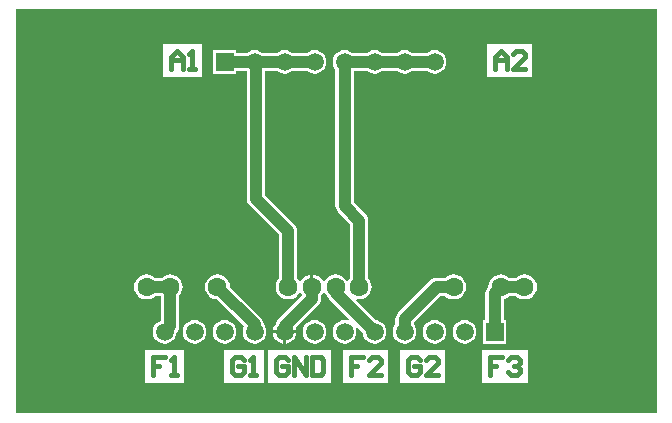
<source format=gtl>
G04 Layer_Physical_Order=1*
G04 Layer_Color=255*
%FSLAX24Y24*%
%MOIN*%
G70*
G01*
G75*
%ADD10C,0.0400*%
%ADD11C,0.0160*%
%ADD12C,0.0630*%
%ADD13R,0.0591X0.0591*%
%ADD14C,0.0591*%
G36*
X31350Y36550D02*
X10000D01*
Y50000D01*
X31350D01*
Y36550D01*
D02*
G37*
%LPC*%
G36*
X23950Y48649D02*
X23847Y48635D01*
X23751Y48595D01*
X23695Y48553D01*
X23205D01*
X23149Y48595D01*
X23053Y48635D01*
X22950Y48649D01*
X22847Y48635D01*
X22751Y48595D01*
X22695Y48553D01*
X22205D01*
X22149Y48595D01*
X22053Y48635D01*
X21950Y48649D01*
X21847Y48635D01*
X21751Y48595D01*
X21695Y48553D01*
X21205D01*
X21149Y48595D01*
X21053Y48635D01*
X20950Y48649D01*
X20847Y48635D01*
X20751Y48595D01*
X20668Y48532D01*
X20605Y48449D01*
X20565Y48353D01*
X20551Y48250D01*
X20565Y48147D01*
X20605Y48051D01*
X20647Y47995D01*
Y43450D01*
X20658Y43372D01*
X20688Y43299D01*
X20736Y43236D01*
X21135Y42837D01*
Y41038D01*
X21075Y40960D01*
X21069Y40945D01*
X21019D01*
X21012Y40960D01*
X20946Y41046D01*
X20859Y41113D01*
X20758Y41155D01*
X20650Y41169D01*
X20542Y41155D01*
X20441Y41113D01*
X20354Y41046D01*
X20288Y40960D01*
X20281Y40945D01*
X20231D01*
X20225Y40960D01*
X20159Y41046D01*
X20072Y41113D01*
X19971Y41155D01*
X19913Y41162D01*
Y40750D01*
X19813D01*
Y41162D01*
X19754Y41155D01*
X19653Y41113D01*
X19567Y41046D01*
X19500Y40960D01*
X19494Y40945D01*
X19444D01*
X19438Y40960D01*
X19378Y41038D01*
Y42603D01*
X19367Y42681D01*
X19337Y42754D01*
X19289Y42817D01*
X18303Y43803D01*
Y47947D01*
X18695D01*
X18751Y47905D01*
X18847Y47865D01*
X18950Y47851D01*
X19053Y47865D01*
X19149Y47905D01*
X19205Y47947D01*
X19695D01*
X19751Y47905D01*
X19847Y47865D01*
X19950Y47851D01*
X20053Y47865D01*
X20149Y47905D01*
X20232Y47968D01*
X20295Y48051D01*
X20335Y48147D01*
X20349Y48250D01*
X20335Y48353D01*
X20295Y48449D01*
X20232Y48532D01*
X20149Y48595D01*
X20053Y48635D01*
X19950Y48649D01*
X19847Y48635D01*
X19751Y48595D01*
X19695Y48553D01*
X19205D01*
X19149Y48595D01*
X19053Y48635D01*
X18950Y48649D01*
X18847Y48635D01*
X18751Y48595D01*
X18695Y48553D01*
X18205D01*
X18149Y48595D01*
X18053Y48635D01*
X17950Y48649D01*
X17847Y48635D01*
X17751Y48595D01*
X17695Y48553D01*
X17345D01*
Y48645D01*
X16555D01*
Y47855D01*
X17345D01*
Y47947D01*
X17695D01*
X17697Y47946D01*
Y43678D01*
X17708Y43600D01*
X17738Y43527D01*
X17786Y43464D01*
X18773Y42477D01*
Y41038D01*
X18713Y40960D01*
X18671Y40859D01*
X18657Y40750D01*
X18671Y40642D01*
X18713Y40541D01*
X18779Y40454D01*
X18866Y40388D01*
X18967Y40346D01*
X19075Y40332D01*
X19184Y40346D01*
X19284Y40388D01*
X19371Y40454D01*
X19438Y40541D01*
X19444Y40556D01*
X19494D01*
X19500Y40541D01*
X19549Y40477D01*
X18736Y39664D01*
X18688Y39601D01*
X18658Y39528D01*
X18656Y39516D01*
X18605Y39449D01*
X18565Y39353D01*
X18558Y39300D01*
X18950D01*
X19342D01*
X19335Y39353D01*
X19319Y39391D01*
X20077Y40149D01*
X20125Y40211D01*
X20155Y40284D01*
X20165Y40363D01*
Y40463D01*
X20225Y40541D01*
X20231Y40556D01*
X20281D01*
X20288Y40541D01*
X20354Y40454D01*
X20370Y40442D01*
X20388Y40399D01*
X20436Y40336D01*
X21104Y39668D01*
X21076Y39626D01*
X21053Y39635D01*
X20950Y39649D01*
X20847Y39635D01*
X20751Y39595D01*
X20668Y39532D01*
X20605Y39449D01*
X20565Y39353D01*
X20551Y39250D01*
X20565Y39147D01*
X20605Y39051D01*
X20668Y38968D01*
X20751Y38905D01*
X20847Y38865D01*
X20950Y38851D01*
X21053Y38865D01*
X21149Y38905D01*
X21232Y38968D01*
X21295Y39051D01*
X21335Y39147D01*
X21349Y39250D01*
X21335Y39353D01*
X21326Y39376D01*
X21368Y39404D01*
X21556Y39216D01*
X21565Y39147D01*
X21605Y39051D01*
X21668Y38968D01*
X21751Y38905D01*
X21847Y38865D01*
X21950Y38851D01*
X22053Y38865D01*
X22149Y38905D01*
X22232Y38968D01*
X22295Y39051D01*
X22335Y39147D01*
X22349Y39250D01*
X22335Y39353D01*
X22295Y39449D01*
X22232Y39532D01*
X22149Y39595D01*
X22053Y39635D01*
X21984Y39644D01*
X21333Y40295D01*
X21356Y40343D01*
X21437Y40332D01*
X21546Y40346D01*
X21647Y40388D01*
X21733Y40454D01*
X21800Y40541D01*
X21842Y40642D01*
X21856Y40750D01*
X21842Y40859D01*
X21800Y40960D01*
X21740Y41038D01*
Y42963D01*
X21730Y43041D01*
X21699Y43114D01*
X21651Y43177D01*
X21651Y43177D01*
X21253Y43575D01*
Y47947D01*
X21695D01*
X21751Y47905D01*
X21847Y47865D01*
X21950Y47851D01*
X22053Y47865D01*
X22149Y47905D01*
X22205Y47947D01*
X22695D01*
X22751Y47905D01*
X22847Y47865D01*
X22950Y47851D01*
X23053Y47865D01*
X23149Y47905D01*
X23205Y47947D01*
X23695D01*
X23751Y47905D01*
X23847Y47865D01*
X23950Y47851D01*
X24053Y47865D01*
X24149Y47905D01*
X24232Y47968D01*
X24295Y48051D01*
X24335Y48147D01*
X24349Y48250D01*
X24335Y48353D01*
X24295Y48449D01*
X24232Y48532D01*
X24149Y48595D01*
X24053Y48635D01*
X23950Y48649D01*
D02*
G37*
G36*
X27210Y48860D02*
X25690D01*
Y47740D01*
X27210D01*
Y48860D01*
D02*
G37*
G36*
X16210D02*
X14890D01*
Y47740D01*
X16210D01*
Y48860D01*
D02*
G37*
G36*
X26949Y41169D02*
X26841Y41155D01*
X26740Y41113D01*
X26662Y41053D01*
X26449D01*
X26371Y41113D01*
X26270Y41155D01*
X26162Y41169D01*
X26053Y41155D01*
X25953Y41113D01*
X25866Y41046D01*
X25799Y40960D01*
X25758Y40859D01*
X25745Y40761D01*
X25736Y40753D01*
X25688Y40690D01*
X25658Y40617D01*
X25647Y40539D01*
Y39645D01*
X25555D01*
Y38855D01*
X26345D01*
Y39645D01*
X26253D01*
Y40344D01*
X26270Y40346D01*
X26371Y40388D01*
X26449Y40448D01*
X26662D01*
X26740Y40388D01*
X26841Y40346D01*
X26949Y40332D01*
X27058Y40346D01*
X27158Y40388D01*
X27245Y40454D01*
X27312Y40541D01*
X27353Y40642D01*
X27368Y40750D01*
X27353Y40859D01*
X27312Y40960D01*
X27245Y41046D01*
X27158Y41113D01*
X27058Y41155D01*
X26949Y41169D01*
D02*
G37*
G36*
X15138D02*
X15030Y41155D01*
X14929Y41113D01*
X14851Y41053D01*
X14638D01*
X14560Y41113D01*
X14459Y41155D01*
X14351Y41169D01*
X14242Y41155D01*
X14142Y41113D01*
X14055Y41046D01*
X13988Y40960D01*
X13946Y40859D01*
X13932Y40750D01*
X13946Y40642D01*
X13988Y40541D01*
X14055Y40454D01*
X14142Y40388D01*
X14242Y40346D01*
X14351Y40332D01*
X14459Y40346D01*
X14560Y40388D01*
X14638Y40448D01*
X14836D01*
Y39630D01*
X14751Y39595D01*
X14668Y39532D01*
X14605Y39449D01*
X14565Y39353D01*
X14551Y39250D01*
X14565Y39147D01*
X14605Y39051D01*
X14668Y38968D01*
X14751Y38905D01*
X14847Y38865D01*
X14950Y38851D01*
X15053Y38865D01*
X15149Y38905D01*
X15232Y38968D01*
X15295Y39051D01*
X15335Y39147D01*
X15344Y39216D01*
X15352Y39224D01*
X15400Y39287D01*
X15430Y39360D01*
X15441Y39438D01*
X15441Y39438D01*
Y40463D01*
X15501Y40541D01*
X15542Y40642D01*
X15557Y40750D01*
X15542Y40859D01*
X15501Y40960D01*
X15434Y41046D01*
X15347Y41113D01*
X15247Y41155D01*
X15138Y41169D01*
D02*
G37*
G36*
X24587D02*
X24479Y41155D01*
X24378Y41113D01*
X24300Y41053D01*
X24022D01*
X23944Y41043D01*
X23871Y41012D01*
X23809Y40964D01*
X22736Y39892D01*
X22688Y39829D01*
X22658Y39756D01*
X22647Y39678D01*
Y39505D01*
X22605Y39449D01*
X22565Y39353D01*
X22551Y39250D01*
X22565Y39147D01*
X22605Y39051D01*
X22668Y38968D01*
X22751Y38905D01*
X22847Y38865D01*
X22950Y38851D01*
X23053Y38865D01*
X23149Y38905D01*
X23232Y38968D01*
X23295Y39051D01*
X23335Y39147D01*
X23349Y39250D01*
X23335Y39353D01*
X23295Y39449D01*
X23253Y39505D01*
Y39553D01*
X24148Y40448D01*
X24300D01*
X24378Y40388D01*
X24479Y40346D01*
X24587Y40332D01*
X24695Y40346D01*
X24796Y40388D01*
X24883Y40454D01*
X24949Y40541D01*
X24991Y40642D01*
X25006Y40750D01*
X24991Y40859D01*
X24949Y40960D01*
X24883Y41046D01*
X24796Y41113D01*
X24695Y41155D01*
X24587Y41169D01*
D02*
G37*
G36*
X19342Y39200D02*
X19000D01*
Y38858D01*
X19053Y38865D01*
X19149Y38905D01*
X19232Y38968D01*
X19295Y39051D01*
X19335Y39147D01*
X19342Y39200D01*
D02*
G37*
G36*
X18900D02*
X18558D01*
X18565Y39147D01*
X18605Y39051D01*
X18668Y38968D01*
X18751Y38905D01*
X18847Y38865D01*
X18900Y38858D01*
Y39200D01*
D02*
G37*
G36*
X24950Y39649D02*
X24847Y39635D01*
X24751Y39595D01*
X24668Y39532D01*
X24605Y39449D01*
X24565Y39353D01*
X24551Y39250D01*
X24565Y39147D01*
X24605Y39051D01*
X24668Y38968D01*
X24751Y38905D01*
X24847Y38865D01*
X24950Y38851D01*
X25053Y38865D01*
X25149Y38905D01*
X25232Y38968D01*
X25295Y39051D01*
X25335Y39147D01*
X25349Y39250D01*
X25335Y39353D01*
X25295Y39449D01*
X25232Y39532D01*
X25149Y39595D01*
X25053Y39635D01*
X24950Y39649D01*
D02*
G37*
G36*
X23950D02*
X23847Y39635D01*
X23751Y39595D01*
X23668Y39532D01*
X23605Y39449D01*
X23565Y39353D01*
X23551Y39250D01*
X23565Y39147D01*
X23605Y39051D01*
X23668Y38968D01*
X23751Y38905D01*
X23847Y38865D01*
X23950Y38851D01*
X24053Y38865D01*
X24149Y38905D01*
X24232Y38968D01*
X24295Y39051D01*
X24335Y39147D01*
X24349Y39250D01*
X24335Y39353D01*
X24295Y39449D01*
X24232Y39532D01*
X24149Y39595D01*
X24053Y39635D01*
X23950Y39649D01*
D02*
G37*
G36*
X19950D02*
X19847Y39635D01*
X19751Y39595D01*
X19668Y39532D01*
X19605Y39449D01*
X19565Y39353D01*
X19551Y39250D01*
X19565Y39147D01*
X19605Y39051D01*
X19668Y38968D01*
X19751Y38905D01*
X19847Y38865D01*
X19950Y38851D01*
X20053Y38865D01*
X20149Y38905D01*
X20232Y38968D01*
X20295Y39051D01*
X20335Y39147D01*
X20349Y39250D01*
X20335Y39353D01*
X20295Y39449D01*
X20232Y39532D01*
X20149Y39595D01*
X20053Y39635D01*
X19950Y39649D01*
D02*
G37*
G36*
X16713Y41169D02*
X16605Y41155D01*
X16504Y41113D01*
X16417Y41046D01*
X16351Y40960D01*
X16309Y40859D01*
X16294Y40750D01*
X16309Y40642D01*
X16351Y40541D01*
X16417Y40454D01*
X16504Y40388D01*
X16605Y40346D01*
X16702Y40333D01*
X17599Y39436D01*
X17565Y39353D01*
X17551Y39250D01*
X17565Y39147D01*
X17605Y39051D01*
X17668Y38968D01*
X17751Y38905D01*
X17847Y38865D01*
X17950Y38851D01*
X18053Y38865D01*
X18149Y38905D01*
X18232Y38968D01*
X18295Y39051D01*
X18335Y39147D01*
X18349Y39250D01*
X18335Y39353D01*
X18295Y39449D01*
X18253Y39505D01*
Y39513D01*
X18242Y39592D01*
X18212Y39665D01*
X18164Y39727D01*
X18164Y39727D01*
X17130Y40761D01*
X17117Y40859D01*
X17075Y40960D01*
X17009Y41046D01*
X16922Y41113D01*
X16821Y41155D01*
X16713Y41169D01*
D02*
G37*
G36*
X16950Y39649D02*
X16847Y39635D01*
X16751Y39595D01*
X16668Y39532D01*
X16605Y39449D01*
X16565Y39353D01*
X16551Y39250D01*
X16565Y39147D01*
X16605Y39051D01*
X16668Y38968D01*
X16751Y38905D01*
X16847Y38865D01*
X16950Y38851D01*
X17053Y38865D01*
X17149Y38905D01*
X17232Y38968D01*
X17295Y39051D01*
X17335Y39147D01*
X17349Y39250D01*
X17335Y39353D01*
X17295Y39449D01*
X17232Y39532D01*
X17149Y39595D01*
X17053Y39635D01*
X16950Y39649D01*
D02*
G37*
G36*
X15950D02*
X15847Y39635D01*
X15751Y39595D01*
X15668Y39532D01*
X15605Y39449D01*
X15565Y39353D01*
X15551Y39250D01*
X15565Y39147D01*
X15605Y39051D01*
X15668Y38968D01*
X15751Y38905D01*
X15847Y38865D01*
X15950Y38851D01*
X16053Y38865D01*
X16149Y38905D01*
X16232Y38968D01*
X16295Y39051D01*
X16335Y39147D01*
X16349Y39250D01*
X16335Y39353D01*
X16295Y39449D01*
X16232Y39532D01*
X16149Y39595D01*
X16053Y39635D01*
X15950Y39649D01*
D02*
G37*
G36*
X27060Y38660D02*
X25540D01*
Y37540D01*
X27060D01*
Y38660D01*
D02*
G37*
G36*
X24310D02*
X22790D01*
Y37540D01*
X24310D01*
Y38660D01*
D02*
G37*
G36*
X22410D02*
X20890D01*
Y37540D01*
X22410D01*
Y38660D01*
D02*
G37*
G36*
X20509D02*
X18390D01*
Y37540D01*
X20509D01*
Y38660D01*
D02*
G37*
G36*
X18260D02*
X16940D01*
Y37540D01*
X18260D01*
Y38660D01*
D02*
G37*
G36*
X15610D02*
X14290D01*
Y37540D01*
X15610D01*
Y38660D01*
D02*
G37*
%LPD*%
D10*
X21437Y40750D02*
Y42963D01*
X20950Y43450D02*
X21437Y42963D01*
X20950Y43450D02*
Y48250D01*
X18000Y43678D02*
Y48200D01*
X17950Y48250D02*
X18000Y48200D01*
X16950Y48250D02*
X17950D01*
X18000Y43678D02*
X19075Y42603D01*
Y40750D02*
Y42603D01*
X19863Y40363D02*
Y40750D01*
X18950Y39450D02*
X19863Y40363D01*
X18950Y39250D02*
Y39450D01*
X24022Y40750D02*
X24587D01*
X22950Y39678D02*
X24022Y40750D01*
X22950Y39250D02*
Y39678D01*
X17950Y48250D02*
X18950D01*
X19950D01*
X20950D02*
X21950D01*
X22950D01*
X23950D01*
X20650Y40550D02*
Y40750D01*
Y40550D02*
X21950Y39250D01*
X25950D02*
Y40539D01*
X26162Y40750D01*
X26949D01*
X17950Y39250D02*
Y39513D01*
X16713Y40750D02*
X17950Y39513D01*
X14351Y40750D02*
X15138D01*
Y39438D02*
Y40750D01*
X14950Y39250D02*
X15138Y39438D01*
D11*
X15150Y48000D02*
Y48400D01*
X15350Y48600D01*
X15550Y48400D01*
Y48000D01*
Y48300D01*
X15150D01*
X15750Y48000D02*
X15950D01*
X15850D01*
Y48600D01*
X15750Y48500D01*
X25950Y48000D02*
Y48400D01*
X26150Y48600D01*
X26350Y48400D01*
Y48000D01*
Y48300D01*
X25950D01*
X26950Y48000D02*
X26550D01*
X26950Y48400D01*
Y48500D01*
X26850Y48600D01*
X26650D01*
X26550Y48500D01*
X14950Y38400D02*
X14550D01*
Y38100D01*
X14750D01*
X14550D01*
Y37800D01*
X15150D02*
X15350D01*
X15250D01*
Y38400D01*
X15150Y38300D01*
X17600D02*
X17500Y38400D01*
X17300D01*
X17200Y38300D01*
Y37900D01*
X17300Y37800D01*
X17500D01*
X17600Y37900D01*
Y38100D01*
X17400D01*
X17800Y37800D02*
X18000D01*
X17900D01*
Y38400D01*
X17800Y38300D01*
X19050D02*
X18950Y38400D01*
X18750D01*
X18650Y38300D01*
Y37900D01*
X18750Y37800D01*
X18950D01*
X19050Y37900D01*
Y38100D01*
X18850D01*
X19250Y37800D02*
Y38400D01*
X19650Y37800D01*
Y38400D01*
X19850D02*
Y37800D01*
X20150D01*
X20249Y37900D01*
Y38300D01*
X20150Y38400D01*
X19850D01*
X21550D02*
X21150D01*
Y38100D01*
X21350D01*
X21150D01*
Y37800D01*
X22150D02*
X21750D01*
X22150Y38200D01*
Y38300D01*
X22050Y38400D01*
X21850D01*
X21750Y38300D01*
X23450D02*
X23350Y38400D01*
X23150D01*
X23050Y38300D01*
Y37900D01*
X23150Y37800D01*
X23350D01*
X23450Y37900D01*
Y38100D01*
X23250D01*
X24050Y37800D02*
X23650D01*
X24050Y38200D01*
Y38300D01*
X23950Y38400D01*
X23750D01*
X23650Y38300D01*
X26200Y38400D02*
X25800D01*
Y38100D01*
X26000D01*
X25800D01*
Y37800D01*
X26400Y38300D02*
X26500Y38400D01*
X26700D01*
X26800Y38300D01*
Y38200D01*
X26700Y38100D01*
X26600D01*
X26700D01*
X26800Y38000D01*
Y37900D01*
X26700Y37800D01*
X26500D01*
X26400Y37900D01*
D12*
X14351Y40750D02*
D03*
X26949D02*
D03*
X15138D02*
D03*
X16713D02*
D03*
X19075D02*
D03*
X19863D02*
D03*
X24587D02*
D03*
X26162D02*
D03*
X21437D02*
D03*
X20650D02*
D03*
D13*
X25950Y39250D02*
D03*
X16950Y48250D02*
D03*
D14*
X24950Y39250D02*
D03*
X23950D02*
D03*
X22950D02*
D03*
X21950D02*
D03*
X20950D02*
D03*
X19950D02*
D03*
X18950D02*
D03*
X17950D02*
D03*
X16950D02*
D03*
X15950D02*
D03*
X14950D02*
D03*
X23950Y48250D02*
D03*
X22950D02*
D03*
X21950D02*
D03*
X20950D02*
D03*
X19950D02*
D03*
X18950D02*
D03*
X17950D02*
D03*
M02*

</source>
